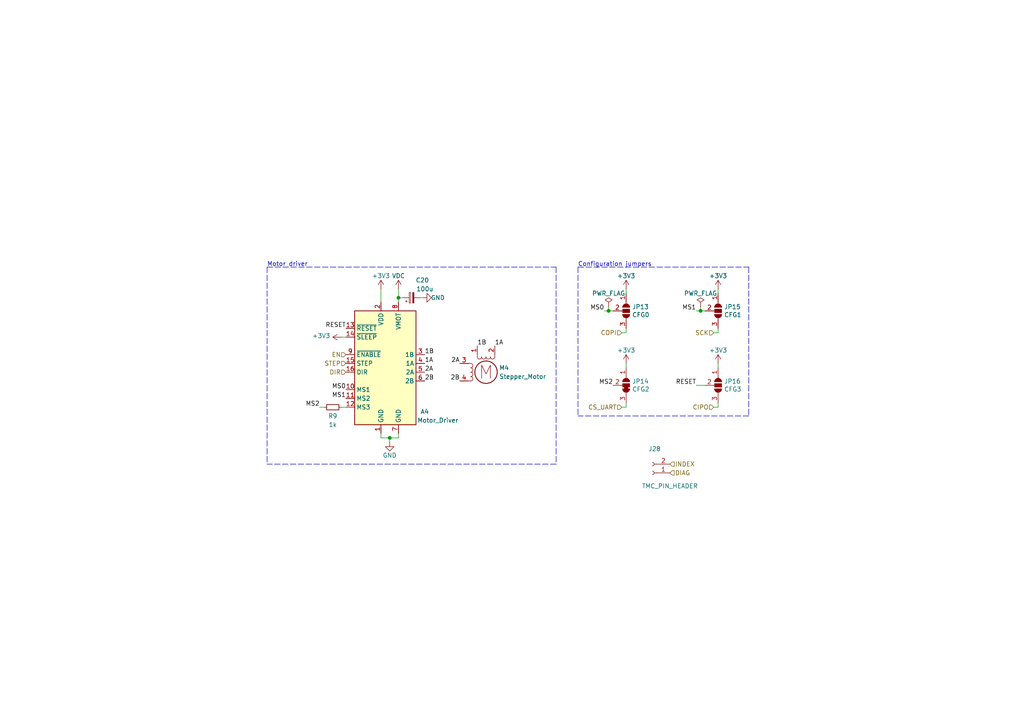
<source format=kicad_sch>
(kicad_sch (version 20211123) (generator eeschema)
  (paper "A4")
  (title_block (title "LumenPnP Motherboard") (date "2022-03-29") (rev "003") (company "Opulo"))
  (lib_symbols
    (symbol "Connector:Conn_01x02_Female" (pin_names (offset 1.016) hide)
      (property "Reference" "J" (at 0 2.54 0))
      (property "Value" "Conn_01x02_Female" (at 0 -5.08 0))
      (symbol "Conn_01x02_Female_1_1"
        (arc (start 0 -2.032) (mid -0.508 -2.54) (end 0 -3.048) (stroke (width 0.1524)))
        (polyline (pts (xy -1.27 -2.54) (xy -0.508 -2.54)) (stroke (width 0.1524)))
        (polyline (pts (xy -1.27 0) (xy -0.508 0)) (stroke (width 0.1524)))
        (arc (start 0 0.508) (mid -0.508 0) (end 0 -0.508) (stroke (width 0.1524)))
        (pin passive line (at -5.08 0 0) (length 3.81) (name "Pin_1") (number "1"))
        (pin passive line (at -5.08 -2.54 0) (length 3.81) (name "Pin_2") (number "2"))
      )
    )
    (symbol "Device:C_Polarized_Small" (pin_numbers hide) (pin_names (offset 0.254) hide)
      (property "Reference" "C" (at 0.254 1.778 0))
      (property "Value" "C_Polarized_Small" (at 0.254 -2.032 0))
      (symbol "C_Polarized_Small_0_1"
        (rectangle (start -1.524 -0.3048) (end 1.524 -0.6858) (fill (type outline)))
        (rectangle (start -1.524 0.6858) (end 1.524 0.3048))
        (polyline (pts (xy -1.27 1.524) (xy -0.762 1.524)))
        (polyline (pts (xy -1.016 1.27) (xy -1.016 1.778)))
      )
      (symbol "C_Polarized_Small_1_1"
        (pin passive line (at 0 2.54 270) (length 1.8542) (name "~") (number "1"))
        (pin passive line (at 0 -2.54 90) (length 1.8542) (name "~") (number "2"))
      )
    )
    (symbol "Device:R_Small" (pin_numbers hide) (pin_names (offset 0.254) hide)
      (property "Reference" "R" (at 0.762 0.508 0))
      (property "Value" "R_Small" (at 0.762 -1.016 0))
      (symbol "R_Small_0_1"
        (rectangle (start -0.762 1.778) (end 0.762 -1.778) (stroke (width 0.2032)))
      )
      (symbol "R_Small_1_1"
        (pin passive line (at 0 2.54 270) (length 0.762) (name "~") (number "1"))
        (pin passive line (at 0 -2.54 90) (length 0.762) (name "~") (number "2"))
      )
    )
    (symbol "Driver_Motor:Pololu_Breakout_A4988"
      (property "Reference" "A" (at -2.54 19.05 0))
      (property "Value" "Pololu_Breakout_A4988" (at -2.54 16.51 0))
      (symbol "Pololu_Breakout_A4988_0_1"
        (rectangle (start 10.16 -17.78) (end -7.62 15.24) (stroke (width 0.254)) (fill (type background)))
      )
      (symbol "Pololu_Breakout_A4988_1_1"
        (pin power_in line (at 0 -20.32 90) (length 2.54) (name "GND") (number "1"))
        (pin input line (at -10.16 -7.62 0) (length 2.54) (name "MS1") (number "10"))
        (pin input line (at -10.16 -10.16 0) (length 2.54) (name "MS2") (number "11"))
        (pin input line (at -10.16 -12.7 0) (length 2.54) (name "MS3") (number "12"))
        (pin input line (at -10.16 10.16 0) (length 2.54) (name "~{RESET}") (number "13"))
        (pin input line (at -10.16 7.62 0) (length 2.54) (name "~{SLEEP}") (number "14"))
        (pin input line (at -10.16 0 0) (length 2.54) (name "STEP") (number "15"))
        (pin input line (at -10.16 -2.54 0) (length 2.54) (name "DIR") (number "16"))
        (pin power_in line (at 0 17.78 270) (length 2.54) (name "VDD") (number "2"))
        (pin output line (at 12.7 2.54 180) (length 2.54) (name "1B") (number "3"))
        (pin output line (at 12.7 0 180) (length 2.54) (name "1A") (number "4"))
        (pin output line (at 12.7 -2.54 180) (length 2.54) (name "2A") (number "5"))
        (pin output line (at 12.7 -5.08 180) (length 2.54) (name "2B") (number "6"))
        (pin power_in line (at 5.08 -20.32 90) (length 2.54) (name "GND") (number "7"))
        (pin power_in line (at 5.08 17.78 270) (length 2.54) (name "VMOT") (number "8"))
        (pin input line (at -10.16 2.54 0) (length 2.54) (name "~{ENABLE}") (number "9"))
      )
    )
    (symbol "Jumper:SolderJumper_3_Open" (pin_names (offset 0) hide)
      (property "Reference" "JP" (at -2.54 -2.54 0))
      (property "Value" "SolderJumper_3_Open" (at 0 2.794 0))
      (symbol "SolderJumper_3_Open_0_1"
        (arc (start -1.016 1.016) (mid -2.032 0) (end -1.016 -1.016))
        (arc (start -1.016 1.016) (mid -2.032 0) (end -1.016 -1.016) (fill (type outline)))
        (rectangle (start -0.508 1.016) (end 0.508 -1.016) (fill (type outline)))
        (polyline (pts (xy -2.54 0) (xy -2.032 0)))
        (polyline (pts (xy -1.016 1.016) (xy -1.016 -1.016)))
        (polyline (pts (xy 0 -1.27) (xy 0 -1.016)))
        (polyline (pts (xy 1.016 1.016) (xy 1.016 -1.016)))
        (polyline (pts (xy 2.54 0) (xy 2.032 0)))
        (arc (start 1.016 -1.016) (mid 2.032 0) (end 1.016 1.016))
        (arc (start 1.016 -1.016) (mid 2.032 0) (end 1.016 1.016) (fill (type outline)))
      )
      (symbol "SolderJumper_3_Open_1_1"
        (pin passive line (at -5.08 0 0) (length 2.54) (name "A") (number "1"))
        (pin passive line (at 0 -3.81 90) (length 2.54) (name "C") (number "2"))
        (pin passive line (at 5.08 0 180) (length 2.54) (name "B") (number "3"))
      )
    )
    (symbol "Motor:Stepper_Motor_bipolar" (pin_names (offset 0) hide)
      (property "Reference" "M" (at 3.81 2.54 0))
      (property "Value" "Stepper_Motor_bipolar" (at 3.81 1.27 0))
      (symbol "Stepper_Motor_bipolar_0_0"
        (polyline (pts (xy -1.27 -1.778) (xy -1.27 2.032) (xy 0 -0.508) (xy 1.27 2.032) (xy 1.27 -1.778)))
      )
      (symbol "Stepper_Motor_bipolar_0_1"
        (arc (start -4.445 -2.54) (mid -3.81 -1.905) (end -4.445 -1.27))
        (arc (start -4.445 -1.27) (mid -3.81 -0.635) (end -4.445 0))
        (arc (start -4.445 0) (mid -3.81 0.635) (end -4.445 1.27))
        (arc (start -4.445 1.27) (mid -3.81 1.905) (end -4.445 2.54))
        (arc (start -2.54 4.445) (mid -1.905 3.81) (end -1.27 4.445))
        (arc (start -1.27 4.445) (mid -0.635 3.81) (end 0 4.445))
        (polyline (pts (xy -5.08 -2.54) (xy -4.445 -2.54)))
        (polyline (pts (xy -5.08 2.54) (xy -4.445 2.54)))
        (polyline (pts (xy -2.54 5.08) (xy -2.54 4.445)))
        (polyline (pts (xy 2.54 5.08) (xy 2.54 4.445)))
        (circle (center 0 0) (radius 3.2512) (stroke (width 0.254)))
        (arc (start 0 4.445) (mid 0.635 3.81) (end 1.27 4.445))
        (arc (start 1.27 4.445) (mid 1.905 3.81) (end 2.54 4.445))
      )
      (symbol "Stepper_Motor_bipolar_1_1"
        (pin passive line (at -2.54 7.62 270) (length 2.54) (name "~") (number "1"))
        (pin passive line (at 2.54 7.62 270) (length 2.54) (name "-") (number "2"))
        (pin passive line (at -7.62 2.54 0) (length 2.54) (name "~") (number "3"))
        (pin passive line (at -7.62 -2.54 0) (length 2.54) (name "~") (number "4"))
      )
    )
    (symbol "index:SolderJumper_3_Bridged23" (pin_names (offset 0) hide)
      (property "Reference" "JP" (at -2.54 -2.54 0))
      (property "Value" "SolderJumper_3_Bridged23" (at 0 2.794 0))
      (symbol "SolderJumper_3_Bridged23_0_1"
        (rectangle (start -1.016 0.508) (end -0.508 -0.508) (fill (type outline)))
        (arc (start -1.016 1.016) (mid -2.032 0) (end -1.016 -1.016))
        (arc (start -1.016 1.016) (mid -2.032 0) (end -1.016 -1.016) (fill (type outline)))
        (rectangle (start -0.508 1.016) (end 0.508 -1.016) (fill (type outline)))
        (polyline (pts (xy -2.54 0) (xy -2.032 0)))
        (polyline (pts (xy -1.016 1.016) (xy -1.016 -1.016)))
        (polyline (pts (xy 0 -1.27) (xy 0 -1.016)))
        (polyline (pts (xy 1.016 1.016) (xy 1.016 -1.016)))
        (polyline (pts (xy 2.54 0) (xy 2.032 0)))
        (arc (start 1.016 -1.016) (mid 2.032 0) (end 1.016 1.016))
        (arc (start 1.016 -1.016) (mid 2.032 0) (end 1.016 1.016) (fill (type outline)))
      )
      (symbol "SolderJumper_3_Bridged23_1_1"
        (pin passive line (at 5.08 0 180) (length 2.54) (name "B") (number "1"))
        (pin input line (at 0 -3.81 90) (length 2.54) (name "C") (number "2"))
        (pin passive line (at -5.08 0 0) (length 2.54) (name "A") (number "3"))
      )
    )
    (symbol "power:+3.3V" (power) (pin_names (offset 0))
      (property "Value" "+3.3V" (at 0 3.556 0))
      (symbol "+3.3V_0_1"
        (polyline (pts (xy -0.762 1.27) (xy 0 2.54)))
        (polyline (pts (xy 0 0) (xy 0 2.54)))
        (polyline (pts (xy 0 2.54) (xy 0.762 1.27)))
      )
      (symbol "+3.3V_1_1"
        (pin power_in line (at 0 0 90) (length 0) hide (name "+3V3") (number "1"))
      )
    )
    (symbol "power:+3V3" (power) (pin_names (offset 0))
      (property "Value" "+3V3" (at 0 3.556 0))
      (symbol "+3V3_0_1"
        (polyline (pts (xy -0.762 1.27) (xy 0 2.54)))
        (polyline (pts (xy 0 0) (xy 0 2.54)))
        (polyline (pts (xy 0 2.54) (xy 0.762 1.27)))
      )
      (symbol "+3V3_1_1"
        (pin power_in line (at 0 0 90) (length 0) hide (name "+3V3") (number "1"))
      )
    )
    (symbol "power:GND" (power) (pin_names (offset 0))
      (property "Value" "GND" (at 0 -3.81 0))
      (symbol "GND_0_1"
        (polyline (pts (xy 0 0) (xy 0 -1.27) (xy 1.27 -1.27) (xy 0 -2.54) (xy -1.27 -1.27) (xy 0 -1.27)))
      )
      (symbol "GND_1_1"
        (pin power_in line (at 0 0 270) (length 0) hide (name "GND") (number "1"))
      )
    )
    (symbol "power:PWR_FLAG" (power) (pin_numbers hide) (pin_names (offset 0) hide)
      (property "Value" "PWR_FLAG" (at 0 3.81 0))
      (symbol "PWR_FLAG_0_0"
        (pin power_out line (at 0 0 90) (length 0) (name "pwr") (number "1"))
      )
      (symbol "PWR_FLAG_0_1"
        (polyline (pts (xy 0 0) (xy 0 1.27) (xy -1.016 1.905) (xy 0 2.54) (xy 1.016 1.905) (xy 0 1.27)))
      )
    )
    (symbol "power:VDC" (power) (pin_names (offset 0))
      (property "Value" "VDC" (at 0 6.35 0))
      (symbol "VDC_0_1"
        (polyline (pts (xy -0.762 1.27) (xy 0 2.54)))
        (polyline (pts (xy 0 0) (xy 0 2.54)))
        (polyline (pts (xy 0 2.54) (xy 0.762 1.27)))
      )
      (symbol "VDC_1_1"
        (pin power_in line (at 0 0 90) (length 0) hide (name "VDC") (number "1"))
      )
    )
  )
  (junction (at 115.57 86.36))
  (junction (at 176.53 90.17))
  (junction (at 113.03 127))
  (junction (at 203.2 90.17))
  (wire (pts (xy 115.57 83.82) (xy 115.57 86.36)))
  (polyline (pts (xy 161.29 134.62) (xy 77.47 134.62)))
  (wire (pts (xy 180.34 96.52) (xy 181.61 96.52)))
  (wire (pts (xy 208.28 83.82) (xy 208.28 85.09)))
  (polyline (pts (xy 167.64 77.47) (xy 217.17 77.47)))
  (wire (pts (xy 207.01 96.52) (xy 208.28 96.52)))
  (wire (pts (xy 115.57 86.36) (xy 115.57 87.63)))
  (wire (pts (xy 207.01 118.11) (xy 208.28 118.11)))
  (wire (pts (xy 203.2 88.9) (xy 203.2 90.17)))
  (wire (pts (xy 175.26 90.17) (xy 176.53 90.17)))
  (wire (pts (xy 110.49 127) (xy 113.03 127)))
  (wire (pts (xy 176.53 90.17) (xy 177.8 90.17)))
  (polyline (pts (xy 77.47 77.47) (xy 161.29 77.47)))
  (wire (pts (xy 208.28 105.41) (xy 208.28 106.68)))
  (wire (pts (xy 208.28 96.52) (xy 208.28 95.25)))
  (polyline (pts (xy 167.64 77.47) (xy 167.64 120.65)))
  (wire (pts (xy 203.2 90.17) (xy 201.93 90.17)))
  (wire (pts (xy 203.2 90.17) (xy 204.47 90.17)))
  (wire (pts (xy 115.57 86.36) (xy 116.84 86.36)))
  (wire (pts (xy 208.28 118.11) (xy 208.28 116.84)))
  (wire (pts (xy 181.61 96.52) (xy 181.61 95.25)))
  (polyline (pts (xy 161.29 77.47) (xy 161.29 134.62)))
  (wire (pts (xy 115.57 125.73) (xy 115.57 127)))
  (wire (pts (xy 180.34 118.11) (xy 181.61 118.11)))
  (polyline (pts (xy 217.17 120.65) (xy 167.64 120.65)))
  (wire (pts (xy 113.03 128.27) (xy 113.03 127)))
  (wire (pts (xy 110.49 127) (xy 110.49 125.73)))
  (wire (pts (xy 201.93 111.76) (xy 204.47 111.76)))
  (wire (pts (xy 181.61 105.41) (xy 181.61 106.68)))
  (polyline (pts (xy 217.17 77.47) (xy 217.17 120.65)))
  (wire (pts (xy 181.61 118.11) (xy 181.61 116.84)))
  (wire (pts (xy 110.49 83.82) (xy 110.49 87.63)))
  (wire (pts (xy 99.06 97.79) (xy 100.33 97.79)))
  (wire (pts (xy 176.53 88.9) (xy 176.53 90.17)))
  (wire (pts (xy 121.92 86.36) (xy 122.555 86.36)))
  (polyline (pts (xy 77.47 77.47) (xy 77.47 134.62)))
  (wire (pts (xy 92.71 118.11) (xy 93.98 118.11)))
  (wire (pts (xy 181.61 83.82) (xy 181.61 85.09)))
  (wire (pts (xy 115.57 127) (xy 113.03 127)))
  (wire (pts (xy 99.06 118.11) (xy 100.33 118.11)))
  (text "Motor driver" (at 77.47 77.47 0) (effects (font (size 1.27 1.27)) (justify left bottom)))
  (text "Configuration jumpers" (at 167.64 77.47 0) (effects (font (size 1.27 1.27)) (justify left bottom)))
  (label "2B" (at 133.35 110.49 180))
  (label "RESET" (at 100.33 95.25 180))
  (label "2A" (at 133.35 105.41 180))
  (label "RESET" (at 201.93 111.76 180))
  (label "MS1" (at 100.33 115.57 180))
  (label "1A" (at 123.19 105.41 0))
  (label "MS0" (at 100.33 113.03 180))
  (label "2B" (at 123.19 110.49 0))
  (label "MS1" (at 201.93 90.17 180))
  (label "MS2" (at 177.8 111.76 180))
  (label "1B" (at 138.43 100.33 0))
  (label "2A" (at 123.19 107.95 0))
  (label "1B" (at 123.19 102.87 0))
  (label "MS2" (at 92.71 118.11 180))
  (label "1A" (at 143.51 100.33 0))
  (label "MS0" (at 175.26 90.17 180))
  (hierarchical_label "STEP" (shape input) (at 100.33 105.41 180))
  (hierarchical_label "DIAG" (shape input) (at 194.31 137.16 0))
  (hierarchical_label "DIR" (shape input) (at 100.33 107.95 180))
  (hierarchical_label "CS_UART" (shape input) (at 180.34 118.11 180))
  (hierarchical_label "EN" (shape input) (at 100.33 102.87 180))
  (hierarchical_label "SCK" (shape input) (at 207.01 96.52 180))
  (hierarchical_label "INDEX" (shape input) (at 194.31 134.62 0))
  (hierarchical_label "COPI" (shape input) (at 180.34 96.52 180))
  (hierarchical_label "CIPO" (shape input) (at 207.01 118.11 180))
  (symbol (lib_id "power:+3.3V") (at 208.28 105.41 0)
    (property "Reference" "#PWR0213" (effects hide))
    (property "Value" "+3.3V" (at 208.28 101.6 0))
  )
  (symbol (lib_id "Device:R_Small") (at 96.52 118.11 270)
    (property "Reference" "R9" (at 96.52 120.65 90))
    (property "Value" "1k" (at 96.52 123.19 90))
    (property "Footprint" "Resistor_SMD:R_0805_2012Metric" (effects hide))
    (property "JLCPCB" "C17513" (effects hide))
    (property "LCSC" "C17513" (effects hide))
  )
  (symbol (lib_id "power:+3.3V") (at 181.61 83.82 0)
    (property "Reference" "#PWR0214" (effects hide))
    (property "Value" "+3.3V" (at 181.61 80.01 0))
  )
  (symbol (lib_id "power:GND") (at 113.03 128.27 0)
    (property "Reference" "#PWR0220" (effects hide))
    (property "Value" "GND" (at 113.03 132.08 0))
  )
  (symbol (lib_id "power:+3.3V") (at 99.06 97.79 90)
    (property "Reference" "#PWR0217" (effects hide))
    (property "Value" "+3.3V" (at 95.8088 97.409 90) (effects (justify left)))
  )
  (symbol (lib_id "power:PWR_FLAG") (at 203.2 88.9 0)
    (property "Reference" "#FLG0113" (effects hide))
    (property "Value" "PWR_FLAG" (at 203.2 85.09 0))
  )
  (symbol (lib_id "power:+3.3V") (at 181.61 105.41 0)
    (property "Reference" "#PWR0212" (effects hide))
    (property "Value" "+3.3V" (at 181.61 101.6 0))
  )
  (symbol (lib_id "Driver_Motor:Pololu_Breakout_A4988") (at 110.49 105.41 0)
    (property "Reference" "A4" (at 123.19 119.38 0))
    (property "Value" "Motor_Driver" (at 127 121.92 0))
    (property "Footprint" "Module:Pololu_Breakout-16_15.2x20.3mm" (effects hide))
    (property "Datasheet" "https://www.pololu.com/product/2980/pictures" (effects hide))
  )
  (symbol (lib_id "power:GND") (at 122.555 86.36 90)
    (property "Reference" "#PWR0216" (effects hide))
    (property "Value" "GND" (at 127 86.36 90))
  )
  (symbol (lib_id "power:+3.3V") (at 208.28 83.82 0)
    (property "Reference" "#PWR0215" (effects hide))
    (property "Value" "+3.3V" (at 208.28 80.01 0))
  )
  (symbol (lib_id "power:VDC") (at 115.57 83.82 0)
    (property "Reference" "#PWR0219" (effects hide))
    (property "Value" "VDC" (at 115.57 80.01 0))
  )
  (symbol (lib_id "Device:C_Polarized_Small") (at 119.38 86.36 90)
    (property "Reference" "C20" (at 124.46 81.28 90) (effects (justify left)))
    (property "Value" "100u" (at 125.73 83.82 90) (effects (justify left)))
    (property "Footprint" "Capacitor_SMD:CP_Elec_6.3x7.7" (effects hide))
    (property "Digikey" "493-2203-1-ND" (effects hide))
    (property "JLCPCB" "C99837" (effects hide))
    (property "LCSC" "C3339" (effects hide))
    (property "Mouser" "647-UWT1V101MCL1S" (effects hide))
  )
  (symbol (lib_id "Jumper:SolderJumper_3_Open") (at 181.61 90.17 270)
    (property "Reference" "JP13" (at 183.3372 89.0016 90) (effects (justify left)))
    (property "Value" "CFG0" (at 183.3372 91.313 90) (effects (justify left)))
    (property "Footprint" "Jumper:SolderJumper-3_P1.3mm_Open_RoundedPad1.0x1.5mm" (effects hide))
  )
  (symbol (lib_id "power:PWR_FLAG") (at 176.53 88.9 0)
    (property "Reference" "#FLG0115" (effects hide))
    (property "Value" "PWR_FLAG" (at 176.53 85.09 0))
  )
  (symbol (lib_id "Jumper:SolderJumper_3_Open") (at 208.28 111.76 270)
    (property "Reference" "JP16" (at 210.0072 110.5916 90) (effects (justify left)))
    (property "Value" "CFG3" (at 210.0072 112.903 90) (effects (justify left)))
    (property "Footprint" "Jumper:SolderJumper-3_P1.3mm_Open_RoundedPad1.0x1.5mm" (effects hide))
  )
  (symbol (lib_id "power:+3V3") (at 110.49 83.82 0)
    (property "Reference" "#PWR0218" (effects hide))
    (property "Value" "+3V3" (at 110.49 80.01 0))
  )
  (symbol (lib_id "index:SolderJumper_3_Bridged23") (at 181.61 111.76 270) (mirror x)
    (property "Reference" "JP14" (at 183.3372 110.5916 90) (effects (justify left)))
    (property "Value" "CFG2" (at 183.3372 112.903 90) (effects (justify left)))
    (property "Footprint" "index:SolderJumper-3_P1.3mm_Bridged23_RoundedPad1.0x1.5mm" (effects hide))
  )
  (symbol (lib_id "Motor:Stepper_Motor_bipolar") (at 140.97 107.95 0)
    (property "Reference" "M4" (at 144.78 106.68 0) (effects (justify left)))
    (property "Value" "Stepper_Motor" (at 144.78 109.22 0) (effects (justify left)))
    (property "Footprint" "Connector_JST:JST_XH_B4B-XH-A_1x04_P2.50mm_Vertical" (effects hide))
    (property "Datasheet" "http://www.infineon.com/dgdl/Application-Note-TLE8110EE_driving_UniPolarStepperMotor_V1.1.pdf?fileId=db3a30431be39b97011be5d0aa0a00b0" (effects hide))
    (property "LCSC" "C37815" (effects hide))
    (property "JLCPCB" "C37815" (effects hide))
    (property "Digikey" "455-2249-ND" (effects hide))
  )
  (symbol (lib_id "Jumper:SolderJumper_3_Open") (at 208.28 90.17 270)
    (property "Reference" "JP15" (at 210.0072 89.0016 90) (effects (justify left)))
    (property "Value" "CFG1" (at 210.0072 91.313 90) (effects (justify left)))
    (property "Footprint" "Jumper:SolderJumper-3_P1.3mm_Open_RoundedPad1.0x1.5mm" (effects hide))
  )
  (symbol (lib_id "Connector:Conn_01x02_Female") (at 189.23 137.16 180)
    (property "Reference" "J28" (at 189.865 130.1963 0))
    (property "Value" "TMC_PIN_HEADER" (at 194.31 140.97 0))
    (property "Footprint" "Connector_PinHeader_2.54mm:PinHeader_1x02_P2.54mm_Vertical" (effects hide))
  )
)
</source>
